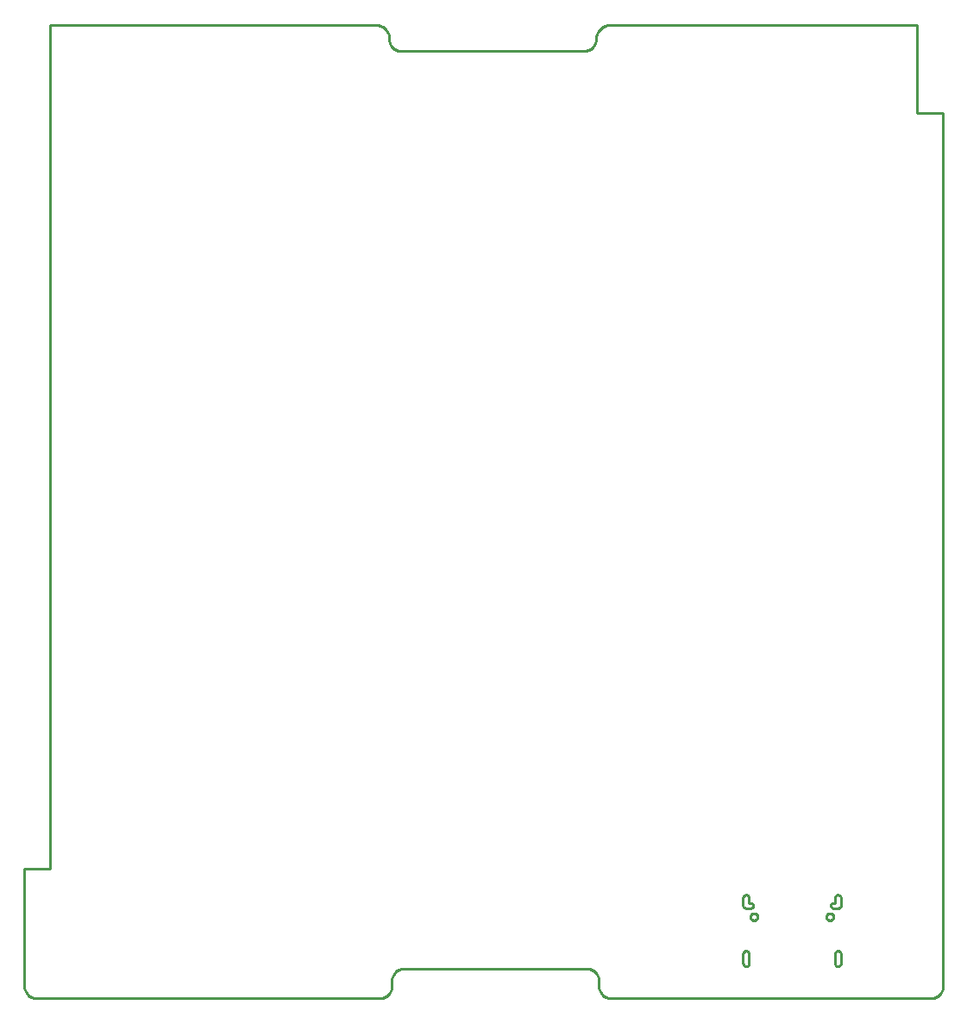
<source format=gbr>
G04 EAGLE Gerber RS-274X export*
G75*
%MOMM*%
%FSLAX34Y34*%
%LPD*%
%IN*%
%IPPOS*%
%AMOC8*
5,1,8,0,0,1.08239X$1,22.5*%
G01*
%ADD10C,0.254000*%


D10*
X0Y11938D02*
X45Y10898D01*
X181Y9865D01*
X407Y8848D01*
X720Y7855D01*
X1119Y6893D01*
X1599Y5969D01*
X2159Y5091D01*
X2793Y4264D01*
X3497Y3497D01*
X4264Y2793D01*
X5091Y2159D01*
X5969Y1599D01*
X6893Y1119D01*
X7855Y720D01*
X8848Y407D01*
X9865Y181D01*
X10898Y45D01*
X11938Y0D01*
X348742Y0D01*
X349782Y45D01*
X350815Y181D01*
X351832Y407D01*
X352825Y720D01*
X353787Y1119D01*
X354711Y1599D01*
X355589Y2159D01*
X356416Y2793D01*
X357183Y3497D01*
X357887Y4264D01*
X358521Y5091D01*
X359081Y5969D01*
X359562Y6893D01*
X359960Y7855D01*
X360273Y8848D01*
X360499Y9865D01*
X360635Y10898D01*
X360680Y11938D01*
X360680Y17272D01*
X360725Y18312D01*
X360861Y19345D01*
X361087Y20362D01*
X361400Y21355D01*
X361799Y22317D01*
X362279Y23241D01*
X362839Y24119D01*
X363473Y24946D01*
X364177Y25713D01*
X364944Y26417D01*
X365771Y27051D01*
X366649Y27611D01*
X367573Y28092D01*
X368535Y28490D01*
X369528Y28803D01*
X370545Y29029D01*
X371578Y29165D01*
X372618Y29210D01*
X551942Y29210D01*
X552982Y29165D01*
X554015Y29029D01*
X555032Y28803D01*
X556025Y28490D01*
X556987Y28092D01*
X557911Y27611D01*
X558789Y27051D01*
X559616Y26417D01*
X560383Y25713D01*
X561087Y24946D01*
X561721Y24119D01*
X562281Y23241D01*
X562762Y22317D01*
X563160Y21355D01*
X563473Y20362D01*
X563699Y19345D01*
X563835Y18312D01*
X563880Y17272D01*
X563880Y11938D01*
X563925Y10898D01*
X564061Y9865D01*
X564287Y8848D01*
X564600Y7855D01*
X564999Y6893D01*
X565479Y5969D01*
X566039Y5091D01*
X566673Y4264D01*
X567377Y3497D01*
X568144Y2793D01*
X568971Y2159D01*
X569849Y1599D01*
X570773Y1119D01*
X571735Y720D01*
X572728Y407D01*
X573745Y181D01*
X574778Y45D01*
X575818Y0D01*
X889762Y0D01*
X890802Y45D01*
X891835Y181D01*
X892852Y407D01*
X893845Y720D01*
X894807Y1119D01*
X895731Y1599D01*
X896609Y2159D01*
X897436Y2793D01*
X898203Y3497D01*
X898907Y4264D01*
X899541Y5091D01*
X900101Y5969D01*
X900582Y6893D01*
X900980Y7855D01*
X901293Y8848D01*
X901519Y9865D01*
X901655Y10898D01*
X901700Y11938D01*
X901700Y868680D01*
X876300Y868680D01*
X876300Y955040D01*
X574040Y955040D01*
X572933Y954992D01*
X571835Y954847D01*
X570753Y954607D01*
X569696Y954274D01*
X568673Y953850D01*
X567690Y953339D01*
X566756Y952743D01*
X565877Y952069D01*
X565060Y951320D01*
X564311Y950503D01*
X563637Y949624D01*
X563041Y948690D01*
X562530Y947707D01*
X562106Y946684D01*
X561773Y945627D01*
X561533Y944545D01*
X561388Y943447D01*
X561340Y942340D01*
X561292Y941233D01*
X561147Y940135D01*
X560907Y939053D01*
X560574Y937996D01*
X560150Y936973D01*
X559639Y935990D01*
X559043Y935056D01*
X558369Y934177D01*
X557620Y933360D01*
X556803Y932611D01*
X555924Y931937D01*
X554990Y931341D01*
X554007Y930830D01*
X552984Y930406D01*
X551927Y930073D01*
X550845Y929833D01*
X549747Y929688D01*
X548640Y929640D01*
X368300Y929640D01*
X367309Y929794D01*
X366335Y930034D01*
X365385Y930358D01*
X364467Y930764D01*
X363588Y931248D01*
X362755Y931806D01*
X361974Y932436D01*
X361250Y933130D01*
X360590Y933886D01*
X359998Y934696D01*
X359479Y935554D01*
X359036Y936455D01*
X358674Y937390D01*
X358395Y938354D01*
X358201Y939338D01*
X358093Y940336D01*
X358073Y941339D01*
X358140Y942340D01*
X358092Y943447D01*
X357947Y944545D01*
X357707Y945627D01*
X357374Y946684D01*
X356950Y947707D01*
X356439Y948690D01*
X355843Y949624D01*
X355169Y950503D01*
X354420Y951320D01*
X353603Y952069D01*
X352724Y952743D01*
X351790Y953339D01*
X350807Y953850D01*
X349784Y954274D01*
X348727Y954607D01*
X347645Y954847D01*
X346547Y954992D01*
X345440Y955040D01*
X25400Y955040D01*
X25400Y127000D01*
X0Y127000D01*
X0Y11938D01*
X705432Y34510D02*
X705443Y34249D01*
X705478Y33989D01*
X705534Y33734D01*
X705613Y33484D01*
X705713Y33242D01*
X705834Y33010D01*
X705975Y32789D01*
X706134Y32582D01*
X706311Y32389D01*
X706504Y32212D01*
X706711Y32053D01*
X706932Y31912D01*
X707164Y31791D01*
X707406Y31691D01*
X707656Y31612D01*
X707911Y31556D01*
X708171Y31521D01*
X708432Y31510D01*
X708693Y31521D01*
X708953Y31556D01*
X709208Y31612D01*
X709458Y31691D01*
X709700Y31791D01*
X709932Y31912D01*
X710153Y32053D01*
X710360Y32212D01*
X710553Y32389D01*
X710730Y32582D01*
X710889Y32789D01*
X711030Y33010D01*
X711151Y33242D01*
X711251Y33484D01*
X711330Y33734D01*
X711386Y33989D01*
X711421Y34249D01*
X711432Y34510D01*
X711432Y43510D01*
X711421Y43771D01*
X711386Y44031D01*
X711330Y44286D01*
X711251Y44536D01*
X711151Y44778D01*
X711030Y45010D01*
X710889Y45231D01*
X710730Y45438D01*
X710553Y45631D01*
X710360Y45808D01*
X710153Y45967D01*
X709932Y46108D01*
X709700Y46229D01*
X709458Y46329D01*
X709208Y46408D01*
X708953Y46464D01*
X708693Y46499D01*
X708432Y46510D01*
X708171Y46499D01*
X707911Y46464D01*
X707656Y46408D01*
X707406Y46329D01*
X707164Y46229D01*
X706932Y46108D01*
X706711Y45967D01*
X706504Y45808D01*
X706311Y45631D01*
X706134Y45438D01*
X705975Y45231D01*
X705834Y45010D01*
X705713Y44778D01*
X705613Y44536D01*
X705534Y44286D01*
X705478Y44031D01*
X705443Y43771D01*
X705432Y43510D01*
X705432Y34510D01*
X795432Y34510D02*
X795443Y34249D01*
X795478Y33989D01*
X795534Y33734D01*
X795613Y33484D01*
X795713Y33242D01*
X795834Y33010D01*
X795975Y32789D01*
X796134Y32582D01*
X796311Y32389D01*
X796504Y32212D01*
X796711Y32053D01*
X796932Y31912D01*
X797164Y31791D01*
X797406Y31691D01*
X797656Y31612D01*
X797911Y31556D01*
X798171Y31521D01*
X798432Y31510D01*
X798693Y31521D01*
X798953Y31556D01*
X799208Y31612D01*
X799458Y31691D01*
X799700Y31791D01*
X799932Y31912D01*
X800153Y32053D01*
X800360Y32212D01*
X800553Y32389D01*
X800730Y32582D01*
X800889Y32789D01*
X801030Y33010D01*
X801151Y33242D01*
X801251Y33484D01*
X801330Y33734D01*
X801386Y33989D01*
X801421Y34249D01*
X801432Y34510D01*
X801432Y43510D01*
X801421Y43771D01*
X801386Y44031D01*
X801330Y44286D01*
X801251Y44536D01*
X801151Y44778D01*
X801030Y45010D01*
X800889Y45231D01*
X800730Y45438D01*
X800553Y45631D01*
X800360Y45808D01*
X800153Y45967D01*
X799932Y46108D01*
X799700Y46229D01*
X799458Y46329D01*
X799208Y46408D01*
X798953Y46464D01*
X798693Y46499D01*
X798432Y46510D01*
X798171Y46499D01*
X797911Y46464D01*
X797656Y46408D01*
X797406Y46329D01*
X797164Y46229D01*
X796932Y46108D01*
X796711Y45967D01*
X796504Y45808D01*
X796311Y45631D01*
X796134Y45438D01*
X795975Y45231D01*
X795834Y45010D01*
X795713Y44778D01*
X795613Y44536D01*
X795534Y44286D01*
X795478Y44031D01*
X795443Y43771D01*
X795432Y43510D01*
X795432Y34510D01*
X705432Y91010D02*
X705464Y90771D01*
X705517Y90536D01*
X705590Y90307D01*
X705683Y90085D01*
X705795Y89871D01*
X705925Y89669D01*
X706073Y89478D01*
X706236Y89301D01*
X706414Y89139D01*
X706606Y88993D01*
X706809Y88864D01*
X707024Y88753D01*
X707246Y88662D01*
X707476Y88590D01*
X707712Y88539D01*
X707951Y88508D01*
X708191Y88499D01*
X708432Y88510D01*
X712932Y88510D01*
X713150Y88520D01*
X713366Y88548D01*
X713579Y88595D01*
X713787Y88661D01*
X713989Y88744D01*
X714182Y88845D01*
X714366Y88962D01*
X714539Y89095D01*
X714700Y89242D01*
X714847Y89403D01*
X714980Y89576D01*
X715097Y89760D01*
X715198Y89953D01*
X715281Y90155D01*
X715347Y90363D01*
X715394Y90576D01*
X715423Y90792D01*
X715432Y91010D01*
X715423Y91228D01*
X715394Y91444D01*
X715347Y91657D01*
X715281Y91865D01*
X715198Y92067D01*
X715097Y92260D01*
X714980Y92444D01*
X714847Y92617D01*
X714700Y92778D01*
X714539Y92925D01*
X714366Y93058D01*
X714182Y93175D01*
X713989Y93276D01*
X713787Y93359D01*
X713579Y93425D01*
X713366Y93472D01*
X713150Y93501D01*
X712932Y93510D01*
X711432Y93510D01*
X711432Y98510D01*
X711421Y98771D01*
X711386Y99031D01*
X711330Y99286D01*
X711251Y99536D01*
X711151Y99778D01*
X711030Y100010D01*
X710889Y100231D01*
X710730Y100438D01*
X710553Y100631D01*
X710360Y100808D01*
X710153Y100967D01*
X709932Y101108D01*
X709700Y101229D01*
X709458Y101329D01*
X709208Y101408D01*
X708953Y101464D01*
X708693Y101499D01*
X708432Y101510D01*
X708171Y101499D01*
X707911Y101464D01*
X707656Y101408D01*
X707406Y101329D01*
X707164Y101229D01*
X706932Y101108D01*
X706711Y100967D01*
X706504Y100808D01*
X706311Y100631D01*
X706134Y100438D01*
X705975Y100231D01*
X705834Y100010D01*
X705713Y99778D01*
X705613Y99536D01*
X705534Y99286D01*
X705478Y99031D01*
X705443Y98771D01*
X705432Y98510D01*
X705432Y91010D01*
X793932Y88510D02*
X798432Y88510D01*
X798673Y88499D01*
X798913Y88508D01*
X799152Y88539D01*
X799388Y88590D01*
X799618Y88662D01*
X799841Y88753D01*
X800055Y88864D01*
X800258Y88993D01*
X800450Y89139D01*
X800628Y89301D01*
X800791Y89478D01*
X800939Y89669D01*
X801069Y89871D01*
X801181Y90085D01*
X801274Y90307D01*
X801347Y90536D01*
X801400Y90771D01*
X801432Y91010D01*
X801432Y98510D01*
X801421Y98771D01*
X801386Y99031D01*
X801330Y99286D01*
X801251Y99536D01*
X801151Y99778D01*
X801030Y100010D01*
X800889Y100231D01*
X800730Y100438D01*
X800553Y100631D01*
X800360Y100808D01*
X800153Y100967D01*
X799932Y101108D01*
X799700Y101229D01*
X799458Y101329D01*
X799208Y101408D01*
X798953Y101464D01*
X798693Y101499D01*
X798432Y101510D01*
X798171Y101499D01*
X797911Y101464D01*
X797656Y101408D01*
X797406Y101329D01*
X797164Y101229D01*
X796932Y101108D01*
X796711Y100967D01*
X796504Y100808D01*
X796311Y100631D01*
X796134Y100438D01*
X795975Y100231D01*
X795834Y100010D01*
X795713Y99778D01*
X795613Y99536D01*
X795534Y99286D01*
X795478Y99031D01*
X795443Y98771D01*
X795432Y98510D01*
X795432Y93510D01*
X793932Y93510D01*
X793714Y93501D01*
X793498Y93472D01*
X793285Y93425D01*
X793077Y93359D01*
X792875Y93276D01*
X792682Y93175D01*
X792498Y93058D01*
X792325Y92925D01*
X792164Y92778D01*
X792017Y92617D01*
X791884Y92444D01*
X791767Y92260D01*
X791666Y92067D01*
X791583Y91865D01*
X791517Y91657D01*
X791470Y91444D01*
X791442Y91228D01*
X791432Y91010D01*
X791442Y90792D01*
X791470Y90576D01*
X791517Y90363D01*
X791583Y90155D01*
X791666Y89953D01*
X791767Y89760D01*
X791884Y89576D01*
X792017Y89403D01*
X792164Y89242D01*
X792325Y89095D01*
X792498Y88962D01*
X792682Y88845D01*
X792875Y88744D01*
X793077Y88661D01*
X793285Y88595D01*
X793498Y88548D01*
X793714Y88520D01*
X793932Y88510D01*
X719682Y79781D02*
X719622Y79326D01*
X719503Y78883D01*
X719328Y78459D01*
X719098Y78061D01*
X718819Y77697D01*
X718495Y77373D01*
X718131Y77094D01*
X717733Y76864D01*
X717309Y76689D01*
X716866Y76570D01*
X716411Y76510D01*
X715953Y76510D01*
X715498Y76570D01*
X715055Y76689D01*
X714631Y76864D01*
X714233Y77094D01*
X713869Y77373D01*
X713545Y77697D01*
X713266Y78061D01*
X713036Y78459D01*
X712861Y78883D01*
X712742Y79326D01*
X712682Y79781D01*
X712682Y80239D01*
X712742Y80694D01*
X712861Y81137D01*
X713036Y81561D01*
X713266Y81959D01*
X713545Y82323D01*
X713869Y82647D01*
X714233Y82926D01*
X714631Y83156D01*
X715055Y83331D01*
X715498Y83450D01*
X715953Y83510D01*
X716411Y83510D01*
X716866Y83450D01*
X717309Y83331D01*
X717733Y83156D01*
X718131Y82926D01*
X718495Y82647D01*
X718819Y82323D01*
X719098Y81959D01*
X719328Y81561D01*
X719503Y81137D01*
X719622Y80694D01*
X719682Y80239D01*
X719682Y79781D01*
X794182Y79781D02*
X794122Y79326D01*
X794003Y78883D01*
X793828Y78459D01*
X793598Y78061D01*
X793319Y77697D01*
X792995Y77373D01*
X792631Y77094D01*
X792233Y76864D01*
X791809Y76689D01*
X791366Y76570D01*
X790911Y76510D01*
X790453Y76510D01*
X789998Y76570D01*
X789555Y76689D01*
X789131Y76864D01*
X788733Y77094D01*
X788369Y77373D01*
X788045Y77697D01*
X787766Y78061D01*
X787536Y78459D01*
X787361Y78883D01*
X787242Y79326D01*
X787182Y79781D01*
X787182Y80239D01*
X787242Y80694D01*
X787361Y81137D01*
X787536Y81561D01*
X787766Y81959D01*
X788045Y82323D01*
X788369Y82647D01*
X788733Y82926D01*
X789131Y83156D01*
X789555Y83331D01*
X789998Y83450D01*
X790453Y83510D01*
X790911Y83510D01*
X791366Y83450D01*
X791809Y83331D01*
X792233Y83156D01*
X792631Y82926D01*
X792995Y82647D01*
X793319Y82323D01*
X793598Y81959D01*
X793828Y81561D01*
X794003Y81137D01*
X794122Y80694D01*
X794182Y80239D01*
X794182Y79781D01*
M02*

</source>
